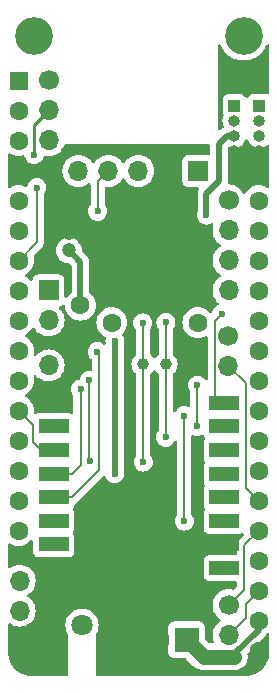
<source format=gbl>
%TF.GenerationSoftware,KiCad,Pcbnew,8.0.4*%
%TF.CreationDate,2024-08-28T09:49:03+09:00*%
%TF.ProjectId,powerfeather-lora-gps-reference,706f7765-7266-4656-9174-6865722d6c6f,rev?*%
%TF.SameCoordinates,Original*%
%TF.FileFunction,Copper,L2,Bot*%
%TF.FilePolarity,Positive*%
%FSLAX46Y46*%
G04 Gerber Fmt 4.6, Leading zero omitted, Abs format (unit mm)*
G04 Created by KiCad (PCBNEW 8.0.4) date 2024-08-28 09:49:03*
%MOMM*%
%LPD*%
G01*
G04 APERTURE LIST*
G04 Aperture macros list*
%AMRoundRect*
0 Rectangle with rounded corners*
0 $1 Rounding radius*
0 $2 $3 $4 $5 $6 $7 $8 $9 X,Y pos of 4 corners*
0 Add a 4 corners polygon primitive as box body*
4,1,4,$2,$3,$4,$5,$6,$7,$8,$9,$2,$3,0*
0 Add four circle primitives for the rounded corners*
1,1,$1+$1,$2,$3*
1,1,$1+$1,$4,$5*
1,1,$1+$1,$6,$7*
1,1,$1+$1,$8,$9*
0 Add four rect primitives between the rounded corners*
20,1,$1+$1,$2,$3,$4,$5,0*
20,1,$1+$1,$4,$5,$6,$7,0*
20,1,$1+$1,$6,$7,$8,$9,0*
20,1,$1+$1,$8,$9,$2,$3,0*%
%AMFreePoly0*
4,1,17,1.497636,0.638536,1.499100,0.635000,1.499100,-0.635000,1.497636,-0.638536,1.494100,-0.640000,-0.041700,-0.640000,-0.045236,-0.638536,-0.046700,-0.635000,-0.046700,-0.600000,-1.250000,-0.600000,-1.250000,0.600000,-0.046700,0.600000,-0.046700,0.635000,-0.045236,0.638536,-0.041700,0.640000,1.494100,0.640000,1.497636,0.638536,1.497636,0.638536,$1*%
G04 Aperture macros list end*
%TA.AperFunction,ComponentPad*%
%ADD10C,1.000000*%
%TD*%
%TA.AperFunction,ComponentPad*%
%ADD11C,1.700000*%
%TD*%
%TA.AperFunction,ComponentPad*%
%ADD12O,1.700000X1.700000*%
%TD*%
%TA.AperFunction,ComponentPad*%
%ADD13C,1.600000*%
%TD*%
%TA.AperFunction,ComponentPad*%
%ADD14R,1.700000X1.700000*%
%TD*%
%TA.AperFunction,ComponentPad*%
%ADD15FreePoly0,0.000000*%
%TD*%
%TA.AperFunction,ComponentPad*%
%ADD16R,2.500000X1.200000*%
%TD*%
%TA.AperFunction,ComponentPad*%
%ADD17C,1.200000*%
%TD*%
%TA.AperFunction,ComponentPad*%
%ADD18C,1.800000*%
%TD*%
%TA.AperFunction,SMDPad,CuDef*%
%ADD19RoundRect,0.250000X-0.425000X-1.600000X0.425000X-1.600000X0.425000X1.600000X-0.425000X1.600000X0*%
%TD*%
%TA.AperFunction,ComponentPad*%
%ADD20R,1.000000X1.000000*%
%TD*%
%TA.AperFunction,ComponentPad*%
%ADD21O,1.000000X1.000000*%
%TD*%
%TA.AperFunction,ComponentPad*%
%ADD22R,2.100000X2.100000*%
%TD*%
%TA.AperFunction,ComponentPad*%
%ADD23C,2.100000*%
%TD*%
%TA.AperFunction,WasherPad*%
%ADD24C,3.200000*%
%TD*%
%TA.AperFunction,ComponentPad*%
%ADD25R,1.600000X1.600000*%
%TD*%
%TA.AperFunction,ViaPad*%
%ADD26C,0.600000*%
%TD*%
%TA.AperFunction,Conductor*%
%ADD27C,0.200000*%
%TD*%
%TA.AperFunction,Conductor*%
%ADD28C,0.254000*%
%TD*%
%TA.AperFunction,Conductor*%
%ADD29C,0.508000*%
%TD*%
%TA.AperFunction,Conductor*%
%ADD30C,1.270000*%
%TD*%
G04 APERTURE END LIST*
D10*
%TO.P,Y1,1,1*%
%TO.N,Net-(A1-D6)*%
X133430000Y-100660000D03*
%TO.P,Y1,2,2*%
%TO.N,Net-(A1-D5)*%
X131530000Y-100660000D03*
%TD*%
D11*
%TO.P,J5,1,Pin_1*%
%TO.N,/D11*%
X138730000Y-98280000D03*
D12*
%TO.P,J5,2,Pin_2*%
%TO.N,/SCL*%
X138730000Y-100820000D03*
%TD*%
D11*
%TO.P,J4,1,Pin_1*%
%TO.N,/SDA*%
X138740000Y-121070000D03*
D12*
%TO.P,J4,2,Pin_2*%
%TO.N,/D7*%
X138740000Y-123610000D03*
%TD*%
D13*
%TO.P,C3,1*%
%TO.N,+3.3VP*%
X126200000Y-95680000D03*
%TO.P,C3,2*%
%TO.N,GND*%
X126200000Y-100680000D03*
%TD*%
D14*
%TO.P,J8,1,Pin_1*%
%TO.N,/A3*%
X123500000Y-94420000D03*
D12*
%TO.P,J8,2,Pin_2*%
%TO.N,/A4*%
X123500000Y-96960000D03*
%TO.P,J8,3,Pin_3*%
%TO.N,/RX*%
X123500000Y-100770000D03*
%TD*%
D11*
%TO.P,J6,1,Pin_1*%
%TO.N,+BATT*%
X138740000Y-86800000D03*
D12*
%TO.P,J6,2,Pin_2*%
%TO.N,/EN*%
X138740000Y-89340000D03*
%TO.P,J6,3,Pin_3*%
%TO.N,VS*%
X138740000Y-91880000D03*
%TO.P,J6,4,Pin_4*%
%TO.N,/D13*%
X138740000Y-94420000D03*
%TD*%
D13*
%TO.P,C1,1*%
%TO.N,Net-(A1-D6)*%
X136140000Y-97140000D03*
%TO.P,C1,2*%
%TO.N,GND*%
X136140000Y-92140000D03*
%TD*%
D15*
%TO.P,U2,1,GND*%
%TO.N,GND*%
X123930000Y-103930000D03*
D16*
%TO.P,U2,2,MISO*%
%TO.N,/LORA_MISO*%
X123930000Y-105930000D03*
%TO.P,U2,3,MOSI*%
%TO.N,/LORA_MOSI*%
X123930000Y-107930000D03*
%TO.P,U2,4,SCK*%
%TO.N,/LORA_SCK*%
X123930000Y-109930000D03*
%TO.P,U2,5,NSS*%
%TO.N,/LORA_CS*%
X123930000Y-111930000D03*
%TO.P,U2,6,RESET*%
%TO.N,/LORA_RST*%
X123930000Y-113930000D03*
%TO.P,U2,7,NC*%
%TO.N,unconnected-(U2-NC-Pad7)*%
X123930000Y-115930000D03*
%TO.P,U2,8,GND*%
%TO.N,GND*%
X123930000Y-117930000D03*
%TO.P,U2,9,ANT*%
%TO.N,Net-(AE1-A)*%
X138390000Y-117930000D03*
%TO.P,U2,10,GND*%
%TO.N,GND*%
X138390000Y-115930000D03*
%TO.P,U2,11,DIO3*%
%TO.N,/LORA_DIO3*%
X138390000Y-113930000D03*
%TO.P,U2,12,NC*%
%TO.N,unconnected-(U2-NC-Pad12)*%
X138390000Y-111930000D03*
%TO.P,U2,13,3.3V*%
%TO.N,+3.3VP*%
X138390000Y-109930000D03*
%TO.P,U2,14,NC*%
%TO.N,unconnected-(U2-NC-Pad14)*%
X138390000Y-107930000D03*
%TO.P,U2,15,DIO1*%
%TO.N,/LORA_DIO1*%
X138390000Y-105930000D03*
%TO.P,U2,16,BUSY*%
%TO.N,/LORA_BUSY*%
X138390000Y-103930000D03*
%TD*%
D17*
%TO.P,C4,1*%
%TO.N,+3.3VP*%
X125220000Y-91030000D03*
%TO.P,C4,2*%
%TO.N,GND*%
X125220000Y-89530000D03*
%TD*%
D18*
%TO.P,AE1,1,A*%
%TO.N,Net-(AE1-A)*%
X126330000Y-122757500D03*
D19*
%TO.P,AE1,2,Shield*%
%TO.N,GND*%
X129155000Y-125137500D03*
X123505000Y-125137500D03*
%TD*%
D13*
%TO.P,C2,1*%
%TO.N,Net-(A1-D5)*%
X128850000Y-97150000D03*
%TO.P,C2,2*%
%TO.N,GND*%
X128850000Y-92150000D03*
%TD*%
D20*
%TO.P,J7,1,Pin_1*%
%TO.N,/SCL1*%
X141340000Y-78785000D03*
D21*
%TO.P,J7,2,Pin_2*%
%TO.N,/SDA1*%
X141340000Y-80055000D03*
%TO.P,J7,3,Pin_3*%
%TO.N,+3.3VP*%
X141340000Y-81325000D03*
%TO.P,J7,4,Pin_4*%
%TO.N,GND*%
X141340000Y-82595000D03*
%TD*%
D11*
%TO.P,J10,1,Pin_1*%
%TO.N,GND*%
X139960000Y-76480000D03*
%TD*%
D20*
%TO.P,J3,1,Pin_1*%
%TO.N,/SCL1*%
X139230000Y-78780000D03*
D21*
%TO.P,J3,2,Pin_2*%
%TO.N,/SDA1*%
X139230000Y-80050000D03*
%TO.P,J3,3,Pin_3*%
%TO.N,+3.3VP*%
X139230000Y-81320000D03*
%TO.P,J3,4,Pin_4*%
%TO.N,GND*%
X139230000Y-82590000D03*
%TD*%
D11*
%TO.P,J11,1,Pin_1*%
%TO.N,/RST*%
X123500000Y-76640000D03*
D12*
%TO.P,J11,2,Pin_2*%
%TO.N,+3.3V*%
X123500000Y-79180000D03*
%TO.P,J11,3,Pin_3*%
%TO.N,/QON*%
X123500000Y-81720000D03*
%TO.P,J11,4,Pin_4*%
%TO.N,GND*%
X123500000Y-84260000D03*
%TD*%
D22*
%TO.P,J2,1,Pin_1*%
%TO.N,VDC*%
X135200000Y-124000000D03*
D23*
%TO.P,J2,2,Pin_2*%
%TO.N,GND*%
X132660000Y-124000000D03*
%TD*%
D14*
%TO.P,J9,1,Pin_1*%
%TO.N,GND*%
X121060000Y-124065000D03*
D12*
%TO.P,J9,2,Pin_2*%
%TO.N,/RXD0*%
X121060000Y-121525000D03*
%TO.P,J9,3,Pin_3*%
%TO.N,/TXD0*%
X121060000Y-118985000D03*
%TD*%
D24*
%TO.P,A1,*%
%TO.N,*%
X122240000Y-72840000D03*
X140020000Y-72840000D03*
D25*
%TO.P,A1,1,~{RST}*%
%TO.N,/RST*%
X120970000Y-76650000D03*
D13*
%TO.P,A1,2,3V3*%
%TO.N,+3.3V*%
X120970000Y-79190000D03*
%TO.P,A1,3,QON*%
%TO.N,/QON*%
X120970000Y-81730000D03*
%TO.P,A1,4,GND*%
%TO.N,GND*%
X120970000Y-84270000D03*
%TO.P,A1,5,A0*%
%TO.N,/GPS_TX*%
X120970000Y-86810000D03*
%TO.P,A1,6,A1*%
%TO.N,/GPS_RX*%
X120970000Y-89350000D03*
%TO.P,A1,7,A2*%
%TO.N,/GPS_PPS*%
X120970000Y-91890000D03*
%TO.P,A1,8,A3*%
%TO.N,/A3*%
X120970000Y-94430000D03*
%TO.P,A1,9,A4*%
%TO.N,/A4*%
X120970000Y-96970000D03*
%TO.P,A1,10,A5*%
%TO.N,/LORA_CS*%
X120970000Y-99510000D03*
%TO.P,A1,11,SCK*%
%TO.N,/LORA_SCK*%
X120970000Y-102050000D03*
%TO.P,A1,12,MOSI*%
%TO.N,/LORA_MOSI*%
X120970000Y-104590000D03*
%TO.P,A1,13,MISO*%
%TO.N,/LORA_MISO*%
X120970000Y-107130000D03*
%TO.P,A1,14,RX/D0*%
%TO.N,/RX*%
X120970000Y-109670000D03*
%TO.P,A1,15,TX/D1*%
%TO.N,/RXD0*%
X120970000Y-112210000D03*
%TO.P,A1,16,TXD0/D2*%
%TO.N,/TXD0*%
X120970000Y-114750000D03*
%TO.P,A1,17,SDA*%
%TO.N,/SDA*%
X141290000Y-114750000D03*
%TO.P,A1,18,SCL*%
%TO.N,/SCL*%
X141290000Y-112210000D03*
%TO.P,A1,19,D5*%
%TO.N,Net-(A1-D5)*%
X141290000Y-109670000D03*
%TO.P,A1,20,D6*%
%TO.N,Net-(A1-D6)*%
X141290000Y-107130000D03*
%TO.P,A1,21,D9*%
%TO.N,/LORA_DIO3*%
X141290000Y-104590000D03*
%TO.P,A1,22,D10*%
%TO.N,/LORA_DIO1*%
X141290000Y-102050000D03*
%TO.P,A1,23,D11*%
%TO.N,/D11*%
X141290000Y-99510000D03*
%TO.P,A1,24,D12*%
%TO.N,/LORA_BUSY*%
X141290000Y-96970000D03*
%TO.P,A1,25,D13*%
%TO.N,/D13*%
X141290000Y-94430000D03*
%TO.P,A1,26,VS*%
%TO.N,VS*%
X141290000Y-91890000D03*
%TO.P,A1,27,EN*%
%TO.N,/EN*%
X141290000Y-89350000D03*
%TO.P,A1,28,VBAT*%
%TO.N,+BATT*%
X141290000Y-86810000D03*
%TO.P,A1,29,GND*%
%TO.N,GND*%
X141290000Y-124910000D03*
%TO.P,A1,30,VDC*%
%TO.N,VDC*%
X141290000Y-122370000D03*
%TO.P,A1,31,D7*%
%TO.N,/D7*%
X141290000Y-119830000D03*
%TO.P,A1,32,D8*%
%TO.N,/LORA_RST*%
X141290000Y-117290000D03*
%TD*%
D14*
%TO.P,J1,1,Pin_1*%
%TO.N,+3.3V*%
X136187000Y-84290000D03*
D12*
%TO.P,J1,2,Pin_2*%
%TO.N,GND*%
X133647000Y-84290000D03*
%TO.P,J1,3,Pin_3*%
%TO.N,/GPS_TX*%
X131107000Y-84290000D03*
%TO.P,J1,4,Pin_4*%
%TO.N,/GPS_RX*%
X128567000Y-84290000D03*
%TO.P,J1,5,Pin_5*%
%TO.N,/GPS_PPS*%
X126027000Y-84290000D03*
%TD*%
D26*
%TO.N,GND*%
X129990000Y-119040000D03*
X130730000Y-113490000D03*
X136420000Y-100940000D03*
X136680000Y-94370000D03*
X132480000Y-95940000D03*
X134080000Y-119010000D03*
X140760000Y-126390000D03*
X121930000Y-125780000D03*
X129310000Y-116980000D03*
X128330000Y-119940000D03*
X128220000Y-95340000D03*
X123930000Y-98820000D03*
X133280000Y-122190000D03*
X130410000Y-107660000D03*
X123140000Y-92360000D03*
X131500000Y-116860000D03*
X134790000Y-103440000D03*
X128100000Y-111190000D03*
X135890000Y-119010000D03*
X133590000Y-116860000D03*
X127430000Y-117880000D03*
X135660000Y-116850000D03*
X127970000Y-123290000D03*
X125990000Y-119420000D03*
X131490000Y-125160000D03*
X126550000Y-86110000D03*
X132080000Y-119000000D03*
X137070000Y-90420000D03*
X124680000Y-123270000D03*
X135450000Y-126640000D03*
X125300000Y-121370000D03*
X127470000Y-121450000D03*
X129950000Y-86050000D03*
X133630000Y-108250000D03*
X134700000Y-98770000D03*
X133780000Y-112640000D03*
X130410000Y-102000000D03*
%TO.N,Net-(A1-D5)*%
X131520000Y-108950000D03*
X131470000Y-97160000D03*
%TO.N,Net-(A1-D6)*%
X133420000Y-106850000D03*
X133440000Y-97130000D03*
%TO.N,/GPS_RX*%
X127660000Y-87720000D03*
%TO.N,+3.3V*%
X122280000Y-82940000D03*
%TO.N,/GPS_PPS*%
X122510000Y-85710000D03*
%TO.N,/RX*%
X126960000Y-102040000D03*
X126970000Y-108870000D03*
%TO.N,/LORA_SCK*%
X126210000Y-102770000D03*
%TO.N,/LORA_DIO1*%
X136110000Y-102450000D03*
X136100000Y-105930000D03*
%TO.N,/LORA_CS*%
X127640000Y-99610000D03*
%TO.N,/LORA_DIO3*%
X134970000Y-105010000D03*
X134990000Y-113950000D03*
%TO.N,+3.3VP*%
X129120000Y-98710000D03*
X129090000Y-109920000D03*
X136870000Y-88040000D03*
%TO.N,/LORA_BUSY*%
X138150000Y-96410000D03*
%TD*%
D27*
%TO.N,Net-(A1-D5)*%
X131530000Y-97220000D02*
X131470000Y-97160000D01*
X131530000Y-100660000D02*
X131530000Y-97220000D01*
X131520000Y-108950000D02*
X131530000Y-108940000D01*
X131530000Y-108940000D02*
X131530000Y-100660000D01*
%TO.N,Net-(A1-D6)*%
X133430000Y-97140000D02*
X133440000Y-97130000D01*
X133430000Y-106840000D02*
X133420000Y-106850000D01*
X133430000Y-100660000D02*
X133430000Y-97140000D01*
X133430000Y-100660000D02*
X133430000Y-106840000D01*
%TO.N,/GPS_RX*%
X127660000Y-85197000D02*
X128567000Y-84290000D01*
X127660000Y-87720000D02*
X127660000Y-85197000D01*
D28*
%TO.N,+3.3V*%
X122280000Y-80400000D02*
X123500000Y-79180000D01*
X122280000Y-82940000D02*
X122280000Y-80400000D01*
D27*
%TO.N,/GPS_PPS*%
X122510000Y-90350000D02*
X122510000Y-85710000D01*
X120970000Y-91890000D02*
X122510000Y-90350000D01*
%TO.N,/RX*%
X126960000Y-108860000D02*
X126970000Y-108870000D01*
X126960000Y-102040000D02*
X126960000Y-108860000D01*
%TO.N,/LORA_SCK*%
X124130000Y-109930000D02*
X125500000Y-109930000D01*
X125500000Y-109930000D02*
X126210000Y-109220000D01*
X126210000Y-109220000D02*
X126210000Y-102770000D01*
%TO.N,/LORA_MOSI*%
X122880000Y-107930000D02*
X124130000Y-107930000D01*
X122220000Y-105840000D02*
X122220000Y-107270000D01*
X122220000Y-107270000D02*
X122880000Y-107930000D01*
X120970000Y-104590000D02*
X122220000Y-105840000D01*
%TO.N,/SCL*%
X140190000Y-111110000D02*
X141290000Y-112210000D01*
X140190000Y-102280000D02*
X140190000Y-111110000D01*
X138730000Y-100820000D02*
X140190000Y-102280000D01*
%TO.N,/LORA_DIO1*%
X136100000Y-105930000D02*
X136100000Y-102460000D01*
X136100000Y-102460000D02*
X136110000Y-102450000D01*
%TO.N,/LORA_CS*%
X124130000Y-111930000D02*
X125480000Y-111930000D01*
X125480000Y-111930000D02*
X127790000Y-109620000D01*
X127790000Y-109620000D02*
X127790000Y-99760000D01*
X127790000Y-99760000D02*
X127640000Y-99610000D01*
%TO.N,/SDA*%
X141290000Y-114750000D02*
X140050000Y-115990000D01*
X140050000Y-115990000D02*
X140050000Y-119760000D01*
X140050000Y-119760000D02*
X138740000Y-121070000D01*
D29*
%TO.N,VDC*%
X141290000Y-123136576D02*
X139230000Y-125196576D01*
X139230000Y-125196576D02*
X139230000Y-125440000D01*
D30*
X136640000Y-125440000D02*
X139230000Y-125440000D01*
D29*
X141290000Y-122370000D02*
X141290000Y-123136576D01*
D30*
X135200000Y-124000000D02*
X136640000Y-125440000D01*
D27*
%TO.N,/LORA_DIO3*%
X134990000Y-113950000D02*
X134990000Y-105030000D01*
X134990000Y-105030000D02*
X134970000Y-105010000D01*
D29*
%TO.N,+3.3VP*%
X136870000Y-88040000D02*
X136870000Y-86215000D01*
X129120000Y-98710000D02*
X129120000Y-109890000D01*
X136870000Y-86215000D02*
X137963159Y-85121841D01*
X129120000Y-109890000D02*
X129090000Y-109920000D01*
X126200000Y-92010000D02*
X125220000Y-91030000D01*
X126200000Y-95680000D02*
X126200000Y-92010000D01*
X137963159Y-85121841D02*
X137963159Y-81983158D01*
X138621317Y-81325000D02*
X138980000Y-81325000D01*
X137963159Y-81983158D02*
X138621317Y-81325000D01*
D27*
%TO.N,/LORA_BUSY*%
X138190000Y-103930000D02*
X137580000Y-103320000D01*
X137580000Y-96980000D02*
X138150000Y-96410000D01*
X137580000Y-103320000D02*
X137580000Y-96980000D01*
%TO.N,/D7*%
X140190000Y-122160000D02*
X138740000Y-123610000D01*
X141290000Y-119830000D02*
X140190000Y-120930000D01*
X140190000Y-120930000D02*
X140190000Y-122160000D01*
%TD*%
%TA.AperFunction,Conductor*%
%TO.N,GND*%
G36*
X137151698Y-82070185D02*
G01*
X137197453Y-82122989D01*
X137208659Y-82174500D01*
X137208659Y-82815500D01*
X137188974Y-82882539D01*
X137136170Y-82928294D01*
X137084659Y-82939500D01*
X135289129Y-82939500D01*
X135289123Y-82939501D01*
X135229516Y-82945908D01*
X135094671Y-82996202D01*
X135094664Y-82996206D01*
X134979455Y-83082452D01*
X134979452Y-83082455D01*
X134893206Y-83197664D01*
X134893202Y-83197671D01*
X134842908Y-83332517D01*
X134836501Y-83392116D01*
X134836500Y-83392135D01*
X134836500Y-85187870D01*
X134836501Y-85187876D01*
X134842908Y-85247483D01*
X134893202Y-85382328D01*
X134893206Y-85382335D01*
X134979452Y-85497544D01*
X134979455Y-85497547D01*
X135094664Y-85583793D01*
X135094671Y-85583797D01*
X135229517Y-85634091D01*
X135229516Y-85634091D01*
X135236444Y-85634835D01*
X135289127Y-85640500D01*
X136114451Y-85640499D01*
X136181490Y-85660183D01*
X136227245Y-85712987D01*
X136237189Y-85782146D01*
X136217555Y-85833387D01*
X136201374Y-85857604D01*
X136201366Y-85857618D01*
X136144496Y-85994916D01*
X136144493Y-85994926D01*
X136115499Y-86140685D01*
X136115499Y-86295425D01*
X136115500Y-86295446D01*
X136115500Y-87751459D01*
X136108542Y-87792414D01*
X136084631Y-87860745D01*
X136084630Y-87860750D01*
X136064435Y-88039996D01*
X136064435Y-88040003D01*
X136084630Y-88219249D01*
X136084631Y-88219254D01*
X136144211Y-88389523D01*
X136220453Y-88510861D01*
X136240184Y-88542262D01*
X136367738Y-88669816D01*
X136454789Y-88724514D01*
X136500466Y-88753215D01*
X136520478Y-88765789D01*
X136690745Y-88825368D01*
X136690750Y-88825369D01*
X136869996Y-88845565D01*
X136870000Y-88845565D01*
X136870004Y-88845565D01*
X137049249Y-88825369D01*
X137049252Y-88825368D01*
X137049255Y-88825368D01*
X137219522Y-88765789D01*
X137285211Y-88724513D01*
X137352446Y-88705513D01*
X137419282Y-88725880D01*
X137464496Y-88779147D01*
X137473735Y-88848404D01*
X137467706Y-88871915D01*
X137466096Y-88876336D01*
X137404938Y-89104586D01*
X137404936Y-89104596D01*
X137384341Y-89339999D01*
X137384341Y-89340000D01*
X137404936Y-89575403D01*
X137404938Y-89575413D01*
X137466094Y-89803655D01*
X137466096Y-89803659D01*
X137466097Y-89803663D01*
X137518745Y-89916566D01*
X137565965Y-90017830D01*
X137565967Y-90017834D01*
X137701501Y-90211395D01*
X137701506Y-90211402D01*
X137868597Y-90378493D01*
X137868603Y-90378498D01*
X138054158Y-90508425D01*
X138097783Y-90563002D01*
X138104977Y-90632500D01*
X138073454Y-90694855D01*
X138054158Y-90711575D01*
X137868597Y-90841505D01*
X137701505Y-91008597D01*
X137565965Y-91202169D01*
X137565964Y-91202171D01*
X137466098Y-91416335D01*
X137466094Y-91416344D01*
X137404938Y-91644586D01*
X137404936Y-91644596D01*
X137384341Y-91879999D01*
X137384341Y-91880000D01*
X137404936Y-92115403D01*
X137404938Y-92115413D01*
X137466094Y-92343655D01*
X137466096Y-92343659D01*
X137466097Y-92343663D01*
X137518745Y-92456566D01*
X137565965Y-92557830D01*
X137565967Y-92557834D01*
X137701501Y-92751395D01*
X137701506Y-92751402D01*
X137868597Y-92918493D01*
X137868603Y-92918498D01*
X138054158Y-93048425D01*
X138097783Y-93103002D01*
X138104977Y-93172500D01*
X138073454Y-93234855D01*
X138054158Y-93251575D01*
X137868597Y-93381505D01*
X137701505Y-93548597D01*
X137565965Y-93742169D01*
X137565964Y-93742171D01*
X137466098Y-93956335D01*
X137466094Y-93956344D01*
X137404938Y-94184586D01*
X137404936Y-94184596D01*
X137384341Y-94419999D01*
X137384341Y-94420000D01*
X137404936Y-94655403D01*
X137404938Y-94655413D01*
X137466094Y-94883655D01*
X137466096Y-94883659D01*
X137466097Y-94883663D01*
X137548979Y-95061404D01*
X137565965Y-95097830D01*
X137565967Y-95097834D01*
X137660964Y-95233502D01*
X137701505Y-95291401D01*
X137868599Y-95458495D01*
X137868603Y-95458498D01*
X137871468Y-95460902D01*
X137872386Y-95462282D01*
X137872427Y-95462323D01*
X137872418Y-95462331D01*
X137910168Y-95519075D01*
X137911274Y-95588936D01*
X137874435Y-95648305D01*
X137832714Y-95672930D01*
X137800480Y-95684209D01*
X137647737Y-95780184D01*
X137520184Y-95907737D01*
X137424210Y-96060478D01*
X137364631Y-96230749D01*
X137363410Y-96241582D01*
X137336340Y-96305995D01*
X137278743Y-96345547D01*
X137208906Y-96347682D01*
X137149001Y-96311721D01*
X137143568Y-96304970D01*
X137143526Y-96305006D01*
X137140048Y-96300861D01*
X136979141Y-96139954D01*
X136792734Y-96009432D01*
X136792732Y-96009431D01*
X136586497Y-95913261D01*
X136586488Y-95913258D01*
X136366697Y-95854366D01*
X136366693Y-95854365D01*
X136366692Y-95854365D01*
X136366691Y-95854364D01*
X136366686Y-95854364D01*
X136140002Y-95834532D01*
X136139998Y-95834532D01*
X135913313Y-95854364D01*
X135913302Y-95854366D01*
X135693511Y-95913258D01*
X135693502Y-95913261D01*
X135487267Y-96009431D01*
X135487265Y-96009432D01*
X135300858Y-96139954D01*
X135139954Y-96300858D01*
X135009432Y-96487265D01*
X135009431Y-96487267D01*
X134913261Y-96693502D01*
X134913258Y-96693511D01*
X134854366Y-96913302D01*
X134854364Y-96913313D01*
X134834532Y-97139998D01*
X134834532Y-97140001D01*
X134854364Y-97366686D01*
X134854366Y-97366697D01*
X134913258Y-97586488D01*
X134913261Y-97586497D01*
X135009431Y-97792732D01*
X135009432Y-97792734D01*
X135139954Y-97979141D01*
X135300858Y-98140045D01*
X135300861Y-98140047D01*
X135487266Y-98270568D01*
X135693504Y-98366739D01*
X135693509Y-98366740D01*
X135693511Y-98366741D01*
X135740864Y-98379429D01*
X135913308Y-98425635D01*
X136075230Y-98439801D01*
X136139998Y-98445468D01*
X136140000Y-98445468D01*
X136140002Y-98445468D01*
X136196673Y-98440509D01*
X136366692Y-98425635D01*
X136586496Y-98366739D01*
X136792734Y-98270568D01*
X136792746Y-98270559D01*
X136793492Y-98270130D01*
X136793868Y-98270038D01*
X136797640Y-98268280D01*
X136797993Y-98269037D01*
X136861391Y-98253652D01*
X136927419Y-98276499D01*
X136970614Y-98331417D01*
X136979500Y-98377512D01*
X136979500Y-101898779D01*
X136959815Y-101965818D01*
X136907011Y-102011573D01*
X136837853Y-102021517D01*
X136774297Y-101992492D01*
X136750507Y-101964752D01*
X136739817Y-101947740D01*
X136739815Y-101947737D01*
X136612262Y-101820184D01*
X136459523Y-101724211D01*
X136289254Y-101664631D01*
X136289249Y-101664630D01*
X136110004Y-101644435D01*
X136109996Y-101644435D01*
X135930750Y-101664630D01*
X135930745Y-101664631D01*
X135760476Y-101724211D01*
X135607737Y-101820184D01*
X135480184Y-101947737D01*
X135384211Y-102100476D01*
X135324631Y-102270745D01*
X135324630Y-102270750D01*
X135304435Y-102449996D01*
X135304435Y-102450003D01*
X135324630Y-102629249D01*
X135324631Y-102629254D01*
X135384211Y-102799524D01*
X135480493Y-102952753D01*
X135499500Y-103018726D01*
X135499500Y-104173538D01*
X135479815Y-104240577D01*
X135427011Y-104286332D01*
X135357853Y-104296276D01*
X135321702Y-104285260D01*
X135319527Y-104284213D01*
X135319522Y-104284211D01*
X135272175Y-104267643D01*
X135149254Y-104224631D01*
X135149249Y-104224630D01*
X134970004Y-104204435D01*
X134969996Y-104204435D01*
X134790750Y-104224630D01*
X134790745Y-104224631D01*
X134620476Y-104284211D01*
X134467737Y-104380184D01*
X134340182Y-104507739D01*
X134259493Y-104636155D01*
X134207159Y-104682445D01*
X134138105Y-104693093D01*
X134074257Y-104664718D01*
X134035885Y-104606328D01*
X134030500Y-104570182D01*
X134030500Y-101520119D01*
X134050185Y-101453080D01*
X134075833Y-101424267D01*
X134140883Y-101370883D01*
X134265910Y-101218538D01*
X134324030Y-101109804D01*
X134358811Y-101044733D01*
X134358811Y-101044732D01*
X134358814Y-101044727D01*
X134416024Y-100856132D01*
X134435341Y-100660000D01*
X134416024Y-100463868D01*
X134358814Y-100275273D01*
X134358811Y-100275269D01*
X134358811Y-100275266D01*
X134265913Y-100101467D01*
X134265909Y-100101460D01*
X134140887Y-99949122D01*
X134140883Y-99949117D01*
X134075832Y-99895730D01*
X134036500Y-99837987D01*
X134030500Y-99799880D01*
X134030500Y-97722940D01*
X134050185Y-97655901D01*
X134066819Y-97635259D01*
X134069816Y-97632262D01*
X134165789Y-97479522D01*
X134225368Y-97309255D01*
X134225369Y-97309249D01*
X134245565Y-97130003D01*
X134245565Y-97129996D01*
X134225369Y-96950750D01*
X134225368Y-96950745D01*
X134176318Y-96810568D01*
X134165789Y-96780478D01*
X134152621Y-96759522D01*
X134111144Y-96693511D01*
X134069816Y-96627738D01*
X133942262Y-96500184D01*
X133837267Y-96434211D01*
X133789523Y-96404211D01*
X133619254Y-96344631D01*
X133619249Y-96344630D01*
X133440004Y-96324435D01*
X133439996Y-96324435D01*
X133260750Y-96344630D01*
X133260745Y-96344631D01*
X133090476Y-96404211D01*
X132937737Y-96500184D01*
X132810184Y-96627737D01*
X132714211Y-96780476D01*
X132654631Y-96950745D01*
X132654630Y-96950750D01*
X132634435Y-97129996D01*
X132634435Y-97130003D01*
X132654630Y-97309249D01*
X132654631Y-97309254D01*
X132714211Y-97479524D01*
X132779343Y-97583179D01*
X132808381Y-97629393D01*
X132810493Y-97632753D01*
X132829500Y-97698726D01*
X132829500Y-99799880D01*
X132809815Y-99866919D01*
X132784169Y-99895729D01*
X132719117Y-99949117D01*
X132719114Y-99949119D01*
X132719112Y-99949122D01*
X132594090Y-100101460D01*
X132594088Y-100101464D01*
X132589358Y-100110314D01*
X132540395Y-100160158D01*
X132472257Y-100175618D01*
X132406578Y-100151786D01*
X132370642Y-100110314D01*
X132366481Y-100102531D01*
X132365910Y-100101462D01*
X132365909Y-100101460D01*
X132240887Y-99949122D01*
X132240883Y-99949117D01*
X132175832Y-99895730D01*
X132136500Y-99837987D01*
X132130500Y-99799880D01*
X132130500Y-97649152D01*
X132149507Y-97583179D01*
X132195788Y-97509524D01*
X132195789Y-97509522D01*
X132255368Y-97339255D01*
X132258748Y-97309255D01*
X132275565Y-97160003D01*
X132275565Y-97159996D01*
X132255369Y-96980750D01*
X132255368Y-96980745D01*
X132195789Y-96810478D01*
X132178785Y-96783417D01*
X132128571Y-96703502D01*
X132099816Y-96657738D01*
X131972262Y-96530184D01*
X131954684Y-96519139D01*
X131819523Y-96434211D01*
X131649254Y-96374631D01*
X131649249Y-96374630D01*
X131470004Y-96354435D01*
X131469996Y-96354435D01*
X131290750Y-96374630D01*
X131290745Y-96374631D01*
X131120476Y-96434211D01*
X130967737Y-96530184D01*
X130840184Y-96657737D01*
X130744211Y-96810476D01*
X130684631Y-96980745D01*
X130684630Y-96980750D01*
X130664435Y-97159996D01*
X130664435Y-97160003D01*
X130684630Y-97339249D01*
X130684631Y-97339254D01*
X130744211Y-97509523D01*
X130840184Y-97662262D01*
X130893181Y-97715259D01*
X130926666Y-97776582D01*
X130929500Y-97802940D01*
X130929500Y-99799880D01*
X130909815Y-99866919D01*
X130884169Y-99895729D01*
X130819117Y-99949117D01*
X130819114Y-99949119D01*
X130819112Y-99949122D01*
X130694090Y-100101460D01*
X130694086Y-100101467D01*
X130601188Y-100275266D01*
X130543975Y-100463870D01*
X130524659Y-100660000D01*
X130543975Y-100856129D01*
X130601188Y-101044733D01*
X130694086Y-101218532D01*
X130694090Y-101218539D01*
X130819115Y-101370882D01*
X130850194Y-101396387D01*
X130884165Y-101424266D01*
X130923499Y-101482010D01*
X130929500Y-101520119D01*
X130929500Y-108357060D01*
X130909815Y-108424099D01*
X130893181Y-108444741D01*
X130890184Y-108447737D01*
X130794211Y-108600476D01*
X130734631Y-108770745D01*
X130734630Y-108770750D01*
X130714435Y-108949996D01*
X130714435Y-108950003D01*
X130734630Y-109129249D01*
X130734631Y-109129254D01*
X130794211Y-109299523D01*
X130890184Y-109452262D01*
X131017738Y-109579816D01*
X131069135Y-109612111D01*
X131156453Y-109666977D01*
X131170478Y-109675789D01*
X131314187Y-109726075D01*
X131340745Y-109735368D01*
X131340750Y-109735369D01*
X131519996Y-109755565D01*
X131520000Y-109755565D01*
X131520004Y-109755565D01*
X131699249Y-109735369D01*
X131699252Y-109735368D01*
X131699255Y-109735368D01*
X131869522Y-109675789D01*
X132022262Y-109579816D01*
X132149816Y-109452262D01*
X132245789Y-109299522D01*
X132305368Y-109129255D01*
X132305369Y-109129249D01*
X132325565Y-108950003D01*
X132325565Y-108949996D01*
X132305369Y-108770750D01*
X132305368Y-108770745D01*
X132270099Y-108669953D01*
X132245789Y-108600478D01*
X132231583Y-108577870D01*
X132149506Y-108447245D01*
X132130500Y-108381273D01*
X132130500Y-101520119D01*
X132150185Y-101453080D01*
X132175833Y-101424267D01*
X132240883Y-101370883D01*
X132365910Y-101218538D01*
X132370640Y-101209687D01*
X132419602Y-101159843D01*
X132487739Y-101144381D01*
X132553419Y-101168211D01*
X132589358Y-101209686D01*
X132592202Y-101215006D01*
X132594091Y-101218539D01*
X132719115Y-101370882D01*
X132750194Y-101396387D01*
X132784165Y-101424266D01*
X132823499Y-101482010D01*
X132829500Y-101520119D01*
X132829500Y-106257060D01*
X132809815Y-106324099D01*
X132793181Y-106344741D01*
X132790184Y-106347737D01*
X132694211Y-106500476D01*
X132634631Y-106670745D01*
X132634630Y-106670750D01*
X132614435Y-106849996D01*
X132614435Y-106850003D01*
X132634630Y-107029249D01*
X132634631Y-107029254D01*
X132694211Y-107199523D01*
X132746108Y-107282116D01*
X132790184Y-107352262D01*
X132917738Y-107479816D01*
X133070478Y-107575789D01*
X133240745Y-107635368D01*
X133240750Y-107635369D01*
X133419996Y-107655565D01*
X133420000Y-107655565D01*
X133420004Y-107655565D01*
X133599249Y-107635369D01*
X133599252Y-107635368D01*
X133599255Y-107635368D01*
X133769522Y-107575789D01*
X133922262Y-107479816D01*
X134049816Y-107352262D01*
X134145789Y-107199522D01*
X134148458Y-107191895D01*
X134189179Y-107135119D01*
X134254132Y-107109371D01*
X134322693Y-107122827D01*
X134373097Y-107171213D01*
X134389500Y-107232849D01*
X134389500Y-113367587D01*
X134369815Y-113434626D01*
X134362450Y-113444896D01*
X134360186Y-113447734D01*
X134264211Y-113600476D01*
X134204631Y-113770745D01*
X134204630Y-113770750D01*
X134184435Y-113949996D01*
X134184435Y-113950003D01*
X134204630Y-114129249D01*
X134204631Y-114129254D01*
X134264211Y-114299523D01*
X134360184Y-114452262D01*
X134487738Y-114579816D01*
X134640478Y-114675789D01*
X134810745Y-114735368D01*
X134810750Y-114735369D01*
X134989996Y-114755565D01*
X134990000Y-114755565D01*
X134990004Y-114755565D01*
X135169249Y-114735369D01*
X135169252Y-114735368D01*
X135169255Y-114735368D01*
X135339522Y-114675789D01*
X135492262Y-114579816D01*
X135619816Y-114452262D01*
X135715789Y-114299522D01*
X135775368Y-114129255D01*
X135775369Y-114129249D01*
X135795565Y-113950003D01*
X135795565Y-113949996D01*
X135775369Y-113770750D01*
X135775368Y-113770745D01*
X135715788Y-113600476D01*
X135640706Y-113480984D01*
X135619816Y-113447738D01*
X135619814Y-113447736D01*
X135619813Y-113447734D01*
X135617550Y-113444896D01*
X135616659Y-113442715D01*
X135616111Y-113441842D01*
X135616264Y-113441745D01*
X135591144Y-113380209D01*
X135590500Y-113367587D01*
X135590500Y-106774572D01*
X135610185Y-106707533D01*
X135662989Y-106661778D01*
X135732147Y-106651834D01*
X135755455Y-106657531D01*
X135920737Y-106715366D01*
X135920743Y-106715367D01*
X135920745Y-106715368D01*
X135920746Y-106715368D01*
X135920750Y-106715369D01*
X136099996Y-106735565D01*
X136100000Y-106735565D01*
X136100004Y-106735565D01*
X136279249Y-106715369D01*
X136279252Y-106715368D01*
X136279255Y-106715368D01*
X136449522Y-106655789D01*
X136485215Y-106633361D01*
X136552450Y-106614361D01*
X136619285Y-106634728D01*
X136664500Y-106687995D01*
X136667369Y-106695022D01*
X136696202Y-106772328D01*
X136696203Y-106772330D01*
X136758606Y-106855689D01*
X136783023Y-106921153D01*
X136768172Y-106989426D01*
X136758606Y-107004311D01*
X136696203Y-107087669D01*
X136696202Y-107087671D01*
X136645908Y-107222517D01*
X136639501Y-107282116D01*
X136639500Y-107282135D01*
X136639500Y-108577870D01*
X136639501Y-108577876D01*
X136645908Y-108637483D01*
X136696202Y-108772328D01*
X136696203Y-108772330D01*
X136758606Y-108855689D01*
X136783023Y-108921153D01*
X136768172Y-108989426D01*
X136758606Y-109004311D01*
X136696203Y-109087669D01*
X136696202Y-109087671D01*
X136645908Y-109222517D01*
X136639501Y-109282116D01*
X136639500Y-109282135D01*
X136639500Y-110577870D01*
X136639501Y-110577876D01*
X136645908Y-110637483D01*
X136696202Y-110772328D01*
X136696203Y-110772330D01*
X136758606Y-110855689D01*
X136783023Y-110921153D01*
X136768172Y-110989426D01*
X136758606Y-111004311D01*
X136696203Y-111087669D01*
X136696202Y-111087671D01*
X136645908Y-111222517D01*
X136639501Y-111282116D01*
X136639500Y-111282135D01*
X136639500Y-112577870D01*
X136639501Y-112577876D01*
X136645908Y-112637483D01*
X136696202Y-112772328D01*
X136696203Y-112772330D01*
X136758606Y-112855689D01*
X136783023Y-112921153D01*
X136768172Y-112989426D01*
X136758606Y-113004311D01*
X136696203Y-113087669D01*
X136696202Y-113087671D01*
X136645908Y-113222517D01*
X136639501Y-113282116D01*
X136639501Y-113282123D01*
X136639500Y-113282135D01*
X136639500Y-114577870D01*
X136639501Y-114577876D01*
X136645908Y-114637483D01*
X136696202Y-114772328D01*
X136696206Y-114772335D01*
X136782452Y-114887544D01*
X136782455Y-114887547D01*
X136897664Y-114973793D01*
X136897671Y-114973797D01*
X137032517Y-115024091D01*
X137032516Y-115024091D01*
X137039444Y-115024835D01*
X137092127Y-115030500D01*
X139687872Y-115030499D01*
X139747483Y-115024091D01*
X139864767Y-114980347D01*
X139934459Y-114975363D01*
X139995782Y-115008848D01*
X140027872Y-115064425D01*
X140030149Y-115072920D01*
X140028492Y-115142770D01*
X139998058Y-115192705D01*
X139681286Y-115509478D01*
X139569481Y-115621282D01*
X139569479Y-115621285D01*
X139519361Y-115708094D01*
X139519359Y-115708096D01*
X139490425Y-115758209D01*
X139490424Y-115758210D01*
X139490423Y-115758215D01*
X139449499Y-115910943D01*
X139449499Y-115910945D01*
X139449499Y-116079046D01*
X139449500Y-116079059D01*
X139449500Y-116705500D01*
X139429815Y-116772539D01*
X139377011Y-116818294D01*
X139325500Y-116829500D01*
X137092129Y-116829500D01*
X137092123Y-116829501D01*
X137032516Y-116835908D01*
X136897671Y-116886202D01*
X136897664Y-116886206D01*
X136782455Y-116972452D01*
X136782452Y-116972455D01*
X136696206Y-117087664D01*
X136696202Y-117087671D01*
X136645908Y-117222517D01*
X136639501Y-117282116D01*
X136639500Y-117282135D01*
X136639500Y-118577870D01*
X136639501Y-118577876D01*
X136645908Y-118637483D01*
X136696202Y-118772328D01*
X136696206Y-118772335D01*
X136782452Y-118887544D01*
X136782455Y-118887547D01*
X136897664Y-118973793D01*
X136897671Y-118973797D01*
X137032517Y-119024091D01*
X137032516Y-119024091D01*
X137039444Y-119024835D01*
X137092127Y-119030500D01*
X139325500Y-119030499D01*
X139392539Y-119050184D01*
X139438294Y-119102987D01*
X139449500Y-119154499D01*
X139449500Y-119459902D01*
X139429815Y-119526941D01*
X139413181Y-119547583D01*
X139223530Y-119737233D01*
X139162207Y-119770718D01*
X139103756Y-119769327D01*
X138975413Y-119734938D01*
X138975403Y-119734936D01*
X138740001Y-119714341D01*
X138739999Y-119714341D01*
X138504596Y-119734936D01*
X138504586Y-119734938D01*
X138276344Y-119796094D01*
X138276335Y-119796098D01*
X138062171Y-119895964D01*
X138062169Y-119895965D01*
X137868597Y-120031505D01*
X137701505Y-120198597D01*
X137565965Y-120392169D01*
X137565964Y-120392171D01*
X137466098Y-120606335D01*
X137466094Y-120606344D01*
X137404938Y-120834586D01*
X137404936Y-120834596D01*
X137384341Y-121069999D01*
X137384341Y-121070000D01*
X137404936Y-121305403D01*
X137404938Y-121305413D01*
X137466094Y-121533655D01*
X137466096Y-121533659D01*
X137466097Y-121533663D01*
X137554659Y-121723584D01*
X137565965Y-121747830D01*
X137565967Y-121747834D01*
X137701501Y-121941395D01*
X137701506Y-121941402D01*
X137868597Y-122108493D01*
X137868603Y-122108498D01*
X138054158Y-122238425D01*
X138097783Y-122293002D01*
X138104977Y-122362500D01*
X138073454Y-122424855D01*
X138054158Y-122441575D01*
X137868597Y-122571505D01*
X137701505Y-122738597D01*
X137565965Y-122932169D01*
X137565964Y-122932171D01*
X137466098Y-123146335D01*
X137466094Y-123146344D01*
X137404938Y-123374586D01*
X137404936Y-123374596D01*
X137384341Y-123609999D01*
X137384341Y-123610000D01*
X137404936Y-123845403D01*
X137404938Y-123845413D01*
X137466094Y-124073655D01*
X137466099Y-124073669D01*
X137491479Y-124128096D01*
X137501971Y-124197173D01*
X137473451Y-124260957D01*
X137414974Y-124299196D01*
X137379097Y-124304500D01*
X137161701Y-124304500D01*
X137094662Y-124284815D01*
X137074020Y-124268181D01*
X136786818Y-123980979D01*
X136753333Y-123919656D01*
X136750499Y-123893298D01*
X136750499Y-122902129D01*
X136750498Y-122902123D01*
X136750497Y-122902116D01*
X136744091Y-122842517D01*
X136727823Y-122798901D01*
X136693797Y-122707671D01*
X136693793Y-122707664D01*
X136607547Y-122592455D01*
X136607544Y-122592452D01*
X136492335Y-122506206D01*
X136492328Y-122506202D01*
X136357482Y-122455908D01*
X136357483Y-122455908D01*
X136297883Y-122449501D01*
X136297881Y-122449500D01*
X136297873Y-122449500D01*
X136297864Y-122449500D01*
X134102129Y-122449500D01*
X134102123Y-122449501D01*
X134042516Y-122455908D01*
X133907671Y-122506202D01*
X133907664Y-122506206D01*
X133792455Y-122592452D01*
X133792452Y-122592455D01*
X133706206Y-122707664D01*
X133706202Y-122707671D01*
X133655908Y-122842517D01*
X133651808Y-122880659D01*
X133649501Y-122902123D01*
X133649500Y-122902135D01*
X133649500Y-125097870D01*
X133649501Y-125097876D01*
X133655908Y-125157483D01*
X133706202Y-125292328D01*
X133706206Y-125292335D01*
X133792452Y-125407544D01*
X133792455Y-125407547D01*
X133907664Y-125493793D01*
X133907671Y-125493797D01*
X134042517Y-125544091D01*
X134042516Y-125544091D01*
X134049444Y-125544835D01*
X134102127Y-125550500D01*
X135093298Y-125550499D01*
X135160337Y-125570183D01*
X135180979Y-125586818D01*
X135773889Y-126179728D01*
X135900272Y-126306111D01*
X135996669Y-126376148D01*
X136044869Y-126411168D01*
X136085439Y-126431839D01*
X136126011Y-126452511D01*
X136126012Y-126452512D01*
X136152047Y-126465777D01*
X136204120Y-126492310D01*
X136374103Y-126547541D01*
X136474817Y-126563492D01*
X136550630Y-126575500D01*
X136550634Y-126575500D01*
X139319365Y-126575500D01*
X139319366Y-126575500D01*
X139495897Y-126547540D01*
X139495900Y-126547539D01*
X139495901Y-126547539D01*
X139665878Y-126492310D01*
X139665878Y-126492309D01*
X139665881Y-126492309D01*
X139825132Y-126411167D01*
X139969728Y-126306111D01*
X140096111Y-126179728D01*
X140201167Y-126035132D01*
X140282309Y-125875881D01*
X140306727Y-125800730D01*
X140337539Y-125705901D01*
X140337539Y-125705900D01*
X140337540Y-125705897D01*
X140365500Y-125529366D01*
X140365500Y-125350634D01*
X140344956Y-125220927D01*
X140353910Y-125151637D01*
X140379745Y-125113854D01*
X141876059Y-123617542D01*
X141951393Y-123504795D01*
X141983369Y-123472114D01*
X142004379Y-123457403D01*
X142070585Y-123435077D01*
X142138352Y-123452089D01*
X142186164Y-123503038D01*
X142199500Y-123558980D01*
X142199500Y-124985948D01*
X142199234Y-124994058D01*
X142182069Y-125255929D01*
X142179952Y-125272010D01*
X142129546Y-125525420D01*
X142125348Y-125541088D01*
X142042298Y-125785745D01*
X142036091Y-125800730D01*
X141921814Y-126032460D01*
X141913704Y-126046506D01*
X141770160Y-126261336D01*
X141760286Y-126274205D01*
X141589929Y-126468460D01*
X141578460Y-126479929D01*
X141384205Y-126650286D01*
X141371336Y-126660160D01*
X141156506Y-126803704D01*
X141142460Y-126811814D01*
X140910730Y-126926091D01*
X140895745Y-126932298D01*
X140651088Y-127015348D01*
X140635420Y-127019546D01*
X140382010Y-127069952D01*
X140365929Y-127072069D01*
X140104058Y-127089234D01*
X140095948Y-127089500D01*
X127644000Y-127089500D01*
X127576961Y-127069815D01*
X127531206Y-127017011D01*
X127520000Y-126965500D01*
X127520000Y-123533556D01*
X127539685Y-123466517D01*
X127540112Y-123465855D01*
X127565924Y-123426349D01*
X127659157Y-123213800D01*
X127716134Y-122988805D01*
X127723316Y-122902128D01*
X127735300Y-122757506D01*
X127735300Y-122757493D01*
X127716135Y-122526202D01*
X127716133Y-122526191D01*
X127659157Y-122301199D01*
X127565924Y-122088651D01*
X127438983Y-121894352D01*
X127438980Y-121894349D01*
X127438979Y-121894347D01*
X127281784Y-121723587D01*
X127281779Y-121723583D01*
X127281777Y-121723581D01*
X127098634Y-121581035D01*
X127098628Y-121581031D01*
X126894504Y-121470564D01*
X126894495Y-121470561D01*
X126674984Y-121395202D01*
X126503282Y-121366550D01*
X126446049Y-121357000D01*
X126213951Y-121357000D01*
X126168164Y-121364640D01*
X125985015Y-121395202D01*
X125765504Y-121470561D01*
X125765495Y-121470564D01*
X125561371Y-121581031D01*
X125561365Y-121581035D01*
X125378222Y-121723581D01*
X125378219Y-121723584D01*
X125378216Y-121723586D01*
X125378216Y-121723587D01*
X125319267Y-121787622D01*
X125221016Y-121894352D01*
X125094075Y-122088651D01*
X125000842Y-122301199D01*
X124943866Y-122526191D01*
X124943864Y-122526202D01*
X124924700Y-122757493D01*
X124924700Y-122757506D01*
X124943864Y-122988797D01*
X124943866Y-122988808D01*
X125000842Y-123213800D01*
X125094073Y-123426343D01*
X125094076Y-123426349D01*
X125099808Y-123435122D01*
X125119996Y-123502008D01*
X125120000Y-123502944D01*
X125120000Y-126965500D01*
X125100315Y-127032539D01*
X125047511Y-127078294D01*
X124996000Y-127089500D01*
X122154052Y-127089500D01*
X122145942Y-127089234D01*
X121884070Y-127072069D01*
X121867989Y-127069952D01*
X121614579Y-127019546D01*
X121598911Y-127015348D01*
X121354254Y-126932298D01*
X121339269Y-126926091D01*
X121107539Y-126811814D01*
X121093493Y-126803704D01*
X120878663Y-126660160D01*
X120865794Y-126650286D01*
X120671539Y-126479929D01*
X120660070Y-126468460D01*
X120489713Y-126274205D01*
X120479839Y-126261336D01*
X120336295Y-126046506D01*
X120328185Y-126032460D01*
X120213908Y-125800730D01*
X120207704Y-125785752D01*
X120124648Y-125541077D01*
X120120453Y-125525420D01*
X120114162Y-125493793D01*
X120070046Y-125272005D01*
X120067931Y-125255949D01*
X120050764Y-124994028D01*
X120050500Y-124985948D01*
X120050500Y-122704999D01*
X120070185Y-122637960D01*
X120122989Y-122592205D01*
X120192147Y-122582261D01*
X120245623Y-122603424D01*
X120382165Y-122699032D01*
X120382167Y-122699033D01*
X120382170Y-122699035D01*
X120596337Y-122798903D01*
X120824592Y-122860063D01*
X121012918Y-122876539D01*
X121059999Y-122880659D01*
X121060000Y-122880659D01*
X121060001Y-122880659D01*
X121099234Y-122877226D01*
X121295408Y-122860063D01*
X121523663Y-122798903D01*
X121737830Y-122699035D01*
X121931401Y-122563495D01*
X122098495Y-122396401D01*
X122234035Y-122202830D01*
X122333903Y-121988663D01*
X122395063Y-121760408D01*
X122415659Y-121525000D01*
X122395063Y-121289592D01*
X122333903Y-121061337D01*
X122234035Y-120847171D01*
X122225228Y-120834592D01*
X122098494Y-120653597D01*
X121931402Y-120486506D01*
X121931396Y-120486501D01*
X121745842Y-120356575D01*
X121702217Y-120301998D01*
X121695023Y-120232500D01*
X121726546Y-120170145D01*
X121745842Y-120153425D01*
X121768026Y-120137891D01*
X121931401Y-120023495D01*
X122098495Y-119856401D01*
X122234035Y-119662830D01*
X122333903Y-119448663D01*
X122395063Y-119220408D01*
X122415659Y-118985000D01*
X122414678Y-118973793D01*
X122407133Y-118887546D01*
X122395063Y-118749592D01*
X122333903Y-118521337D01*
X122234035Y-118307171D01*
X122098495Y-118113599D01*
X122098494Y-118113597D01*
X121931402Y-117946506D01*
X121931395Y-117946501D01*
X121737834Y-117810967D01*
X121737830Y-117810965D01*
X121725040Y-117805001D01*
X121523663Y-117711097D01*
X121523659Y-117711096D01*
X121523655Y-117711094D01*
X121295413Y-117649938D01*
X121295403Y-117649936D01*
X121060001Y-117629341D01*
X121059999Y-117629341D01*
X120824596Y-117649936D01*
X120824586Y-117649938D01*
X120596344Y-117711094D01*
X120596335Y-117711098D01*
X120382171Y-117810964D01*
X120382169Y-117810965D01*
X120245623Y-117906576D01*
X120179417Y-117928903D01*
X120111650Y-117911893D01*
X120063837Y-117860945D01*
X120050500Y-117805001D01*
X120050500Y-115931978D01*
X120070185Y-115864939D01*
X120122989Y-115819184D01*
X120192147Y-115809240D01*
X120245621Y-115830402D01*
X120317266Y-115880568D01*
X120523504Y-115976739D01*
X120743308Y-116035635D01*
X120905230Y-116049801D01*
X120969998Y-116055468D01*
X120970000Y-116055468D01*
X120970002Y-116055468D01*
X121026673Y-116050509D01*
X121196692Y-116035635D01*
X121416496Y-115976739D01*
X121622734Y-115880568D01*
X121809139Y-115750047D01*
X121967820Y-115591365D01*
X122029142Y-115557882D01*
X122098833Y-115562866D01*
X122154767Y-115604737D01*
X122179184Y-115670202D01*
X122179500Y-115679048D01*
X122179500Y-116577870D01*
X122179501Y-116577876D01*
X122185908Y-116637483D01*
X122236202Y-116772328D01*
X122236206Y-116772335D01*
X122322452Y-116887544D01*
X122322455Y-116887547D01*
X122437664Y-116973793D01*
X122437671Y-116973797D01*
X122572517Y-117024091D01*
X122572516Y-117024091D01*
X122579444Y-117024835D01*
X122632127Y-117030500D01*
X125227872Y-117030499D01*
X125287483Y-117024091D01*
X125422331Y-116973796D01*
X125537546Y-116887546D01*
X125623796Y-116772331D01*
X125674091Y-116637483D01*
X125680500Y-116577873D01*
X125680499Y-115282128D01*
X125674091Y-115222517D01*
X125660391Y-115185786D01*
X125623797Y-115087671D01*
X125623796Y-115087669D01*
X125612755Y-115072920D01*
X125561393Y-115004310D01*
X125536977Y-114938847D01*
X125551828Y-114870574D01*
X125561394Y-114855689D01*
X125590390Y-114816955D01*
X125623796Y-114772331D01*
X125674091Y-114637483D01*
X125680500Y-114577873D01*
X125680499Y-113282128D01*
X125674091Y-113222517D01*
X125669439Y-113210045D01*
X125623797Y-113087671D01*
X125623796Y-113087669D01*
X125561394Y-113004311D01*
X125536977Y-112938847D01*
X125551828Y-112870574D01*
X125561394Y-112855689D01*
X125623796Y-112772331D01*
X125674091Y-112637483D01*
X125680500Y-112577873D01*
X125680499Y-112577867D01*
X125680677Y-112574566D01*
X125680855Y-112574575D01*
X125680856Y-112574569D01*
X125680977Y-112574582D01*
X125681865Y-112574629D01*
X125700149Y-112512243D01*
X125742495Y-112471845D01*
X125761904Y-112460639D01*
X125848716Y-112410520D01*
X125960520Y-112298716D01*
X125960520Y-112298714D01*
X125970728Y-112288507D01*
X125970730Y-112288504D01*
X128127594Y-110131639D01*
X128188915Y-110098156D01*
X128258607Y-110103140D01*
X128314540Y-110145012D01*
X128332315Y-110178368D01*
X128364210Y-110269521D01*
X128382553Y-110298713D01*
X128460184Y-110422262D01*
X128587738Y-110549816D01*
X128632395Y-110577876D01*
X128727252Y-110637479D01*
X128740478Y-110645789D01*
X128910745Y-110705368D01*
X128910750Y-110705369D01*
X129089996Y-110725565D01*
X129090000Y-110725565D01*
X129090004Y-110725565D01*
X129269249Y-110705369D01*
X129269252Y-110705368D01*
X129269255Y-110705368D01*
X129439522Y-110645789D01*
X129592262Y-110549816D01*
X129719816Y-110422262D01*
X129815789Y-110269522D01*
X129875368Y-110099255D01*
X129895565Y-109920000D01*
X129877038Y-109755565D01*
X129875280Y-109739958D01*
X129874500Y-109726075D01*
X129874500Y-98998537D01*
X129881459Y-98957582D01*
X129905368Y-98889255D01*
X129912649Y-98824631D01*
X129925565Y-98710003D01*
X129925565Y-98709996D01*
X129905369Y-98530750D01*
X129905368Y-98530745D01*
X129849377Y-98370732D01*
X129845789Y-98360478D01*
X129793021Y-98276499D01*
X129756751Y-98218775D01*
X129737751Y-98151538D01*
X129758119Y-98084703D01*
X129774059Y-98065126D01*
X129850047Y-97989139D01*
X129980568Y-97802734D01*
X130076739Y-97596496D01*
X130135635Y-97376692D01*
X130154593Y-97160000D01*
X130155468Y-97150001D01*
X130155468Y-97149996D01*
X130141073Y-96985468D01*
X130135635Y-96923308D01*
X130082391Y-96724596D01*
X130076741Y-96703511D01*
X130076738Y-96703502D01*
X130023463Y-96589254D01*
X129980568Y-96497266D01*
X129874334Y-96345547D01*
X129850045Y-96310858D01*
X129689141Y-96149954D01*
X129502734Y-96019432D01*
X129502732Y-96019431D01*
X129296497Y-95923261D01*
X129296488Y-95923258D01*
X129076697Y-95864366D01*
X129076693Y-95864365D01*
X129076692Y-95864365D01*
X129076691Y-95864364D01*
X129076686Y-95864364D01*
X128850002Y-95844532D01*
X128849998Y-95844532D01*
X128623313Y-95864364D01*
X128623302Y-95864366D01*
X128403511Y-95923258D01*
X128403502Y-95923261D01*
X128197267Y-96019431D01*
X128197265Y-96019432D01*
X128010858Y-96149954D01*
X127849954Y-96310858D01*
X127719432Y-96497265D01*
X127719431Y-96497267D01*
X127623261Y-96703502D01*
X127623258Y-96703511D01*
X127564366Y-96923302D01*
X127564364Y-96923313D01*
X127544532Y-97149996D01*
X127544532Y-97150001D01*
X127564364Y-97376686D01*
X127564366Y-97376697D01*
X127623258Y-97596488D01*
X127623261Y-97596497D01*
X127719431Y-97802732D01*
X127719432Y-97802734D01*
X127849954Y-97989141D01*
X128010858Y-98150045D01*
X128010861Y-98150047D01*
X128197266Y-98280568D01*
X128288924Y-98323309D01*
X128341363Y-98369482D01*
X128360515Y-98436675D01*
X128353561Y-98476643D01*
X128334632Y-98530742D01*
X128334631Y-98530746D01*
X128314435Y-98709996D01*
X128314435Y-98710004D01*
X128331484Y-98861326D01*
X128319429Y-98930148D01*
X128272080Y-98981527D01*
X128204469Y-98999151D01*
X128142292Y-98980203D01*
X128137942Y-98977470D01*
X128106291Y-98957582D01*
X127989523Y-98884211D01*
X127819254Y-98824631D01*
X127819249Y-98824630D01*
X127640004Y-98804435D01*
X127639996Y-98804435D01*
X127460750Y-98824630D01*
X127460745Y-98824631D01*
X127290476Y-98884211D01*
X127137737Y-98980184D01*
X127010184Y-99107737D01*
X126914211Y-99260476D01*
X126854631Y-99430745D01*
X126854630Y-99430750D01*
X126834435Y-99609996D01*
X126834435Y-99610003D01*
X126854630Y-99789249D01*
X126854631Y-99789254D01*
X126914211Y-99959523D01*
X126949823Y-100016198D01*
X127010184Y-100112262D01*
X127137738Y-100239816D01*
X127137742Y-100239819D01*
X127142809Y-100243859D01*
X127182952Y-100301046D01*
X127189500Y-100340809D01*
X127189500Y-101121537D01*
X127169815Y-101188576D01*
X127117011Y-101234331D01*
X127051617Y-101244757D01*
X126960004Y-101234435D01*
X126959996Y-101234435D01*
X126780750Y-101254630D01*
X126780745Y-101254631D01*
X126610476Y-101314211D01*
X126457737Y-101410184D01*
X126330184Y-101537737D01*
X126234210Y-101690478D01*
X126174630Y-101860750D01*
X126173415Y-101871539D01*
X126146348Y-101935953D01*
X126088753Y-101975508D01*
X126064080Y-101980875D01*
X126030750Y-101984630D01*
X125860478Y-102044210D01*
X125707737Y-102140184D01*
X125580184Y-102267737D01*
X125484211Y-102420476D01*
X125424631Y-102590745D01*
X125424630Y-102590750D01*
X125404435Y-102769996D01*
X125404435Y-102770003D01*
X125424630Y-102949249D01*
X125424631Y-102949254D01*
X125484211Y-103119523D01*
X125522568Y-103180567D01*
X125567537Y-103252135D01*
X125580185Y-103272263D01*
X125582445Y-103275097D01*
X125583334Y-103277275D01*
X125583889Y-103278158D01*
X125583734Y-103278255D01*
X125608855Y-103339783D01*
X125609500Y-103352412D01*
X125609500Y-104779414D01*
X125589815Y-104846453D01*
X125537011Y-104892208D01*
X125467853Y-104902152D01*
X125426078Y-104888249D01*
X125422333Y-104886204D01*
X125287482Y-104835908D01*
X125287483Y-104835908D01*
X125227883Y-104829501D01*
X125227881Y-104829500D01*
X125227873Y-104829500D01*
X125227864Y-104829500D01*
X122632129Y-104829500D01*
X122632123Y-104829501D01*
X122572516Y-104835908D01*
X122429359Y-104889303D01*
X122428283Y-104886420D01*
X122374932Y-104898009D01*
X122309474Y-104873573D01*
X122267620Y-104817627D01*
X122260286Y-104763524D01*
X122275468Y-104590000D01*
X122255635Y-104363308D01*
X122196739Y-104143504D01*
X122100568Y-103937266D01*
X121970047Y-103750861D01*
X121970045Y-103750858D01*
X121809141Y-103589954D01*
X121622734Y-103459432D01*
X121622728Y-103459429D01*
X121564725Y-103432382D01*
X121512285Y-103386210D01*
X121493133Y-103319017D01*
X121513348Y-103252135D01*
X121564725Y-103207618D01*
X121622734Y-103180568D01*
X121809139Y-103050047D01*
X121970047Y-102889139D01*
X122100568Y-102702734D01*
X122196739Y-102496496D01*
X122255635Y-102276692D01*
X122275468Y-102050000D01*
X122274961Y-102044210D01*
X122262238Y-101898779D01*
X122255635Y-101823308D01*
X122231075Y-101731648D01*
X122232738Y-101661802D01*
X122271900Y-101603940D01*
X122336128Y-101576435D01*
X122405031Y-101588021D01*
X122452423Y-101628432D01*
X122461500Y-101641395D01*
X122461504Y-101641400D01*
X122461505Y-101641401D01*
X122628599Y-101808495D01*
X122703220Y-101860745D01*
X122822165Y-101944032D01*
X122822167Y-101944033D01*
X122822170Y-101944035D01*
X123036337Y-102043903D01*
X123036343Y-102043904D01*
X123036344Y-102043905D01*
X123059095Y-102050001D01*
X123264592Y-102105063D01*
X123431993Y-102119709D01*
X123499999Y-102125659D01*
X123500000Y-102125659D01*
X123500001Y-102125659D01*
X123568007Y-102119709D01*
X123735408Y-102105063D01*
X123963663Y-102043903D01*
X124177830Y-101944035D01*
X124371401Y-101808495D01*
X124538495Y-101641401D01*
X124674035Y-101447830D01*
X124773903Y-101233663D01*
X124835063Y-101005408D01*
X124855659Y-100770000D01*
X124835063Y-100534592D01*
X124773903Y-100306337D01*
X124674035Y-100092171D01*
X124644202Y-100049564D01*
X124538494Y-99898597D01*
X124371402Y-99731506D01*
X124371395Y-99731501D01*
X124177834Y-99595967D01*
X124177830Y-99595965D01*
X124156724Y-99586123D01*
X123963663Y-99496097D01*
X123963659Y-99496096D01*
X123963655Y-99496094D01*
X123735413Y-99434938D01*
X123735403Y-99434936D01*
X123500001Y-99414341D01*
X123499999Y-99414341D01*
X123264596Y-99434936D01*
X123264586Y-99434938D01*
X123036344Y-99496094D01*
X123036335Y-99496098D01*
X122822171Y-99595964D01*
X122822169Y-99595965D01*
X122628597Y-99731505D01*
X122461504Y-99898598D01*
X122461098Y-99899179D01*
X122460852Y-99899374D01*
X122458026Y-99902744D01*
X122457348Y-99902175D01*
X122406516Y-99942798D01*
X122337016Y-99949983D01*
X122274665Y-99918453D01*
X122239259Y-99858219D01*
X122239755Y-99795953D01*
X122255635Y-99736692D01*
X122275468Y-99510000D01*
X122274251Y-99496094D01*
X122268901Y-99434936D01*
X122255635Y-99283308D01*
X122196739Y-99063504D01*
X122100568Y-98857266D01*
X121970047Y-98670861D01*
X121970045Y-98670858D01*
X121809141Y-98509954D01*
X121622734Y-98379432D01*
X121622728Y-98379429D01*
X121564725Y-98352382D01*
X121512285Y-98306210D01*
X121493133Y-98239017D01*
X121513348Y-98172135D01*
X121564725Y-98127618D01*
X121622734Y-98100568D01*
X121809139Y-97970047D01*
X121970047Y-97809139D01*
X122100568Y-97622734D01*
X122100578Y-97622711D01*
X122102257Y-97619806D01*
X122103342Y-97618770D01*
X122103673Y-97618299D01*
X122103767Y-97618365D01*
X122152821Y-97571586D01*
X122221427Y-97558359D01*
X122286294Y-97584322D01*
X122322031Y-97629393D01*
X122325965Y-97637830D01*
X122325967Y-97637834D01*
X122405612Y-97751578D01*
X122461505Y-97831401D01*
X122628599Y-97998495D01*
X122694438Y-98044596D01*
X122822165Y-98134032D01*
X122822167Y-98134033D01*
X122822170Y-98134035D01*
X123036337Y-98233903D01*
X123036343Y-98233904D01*
X123036344Y-98233905D01*
X123062764Y-98240984D01*
X123264592Y-98295063D01*
X123452918Y-98311539D01*
X123499999Y-98315659D01*
X123500000Y-98315659D01*
X123500001Y-98315659D01*
X123539234Y-98312226D01*
X123735408Y-98295063D01*
X123963663Y-98233903D01*
X124177830Y-98134035D01*
X124371401Y-97998495D01*
X124538495Y-97831401D01*
X124674035Y-97637830D01*
X124773903Y-97423663D01*
X124835063Y-97195408D01*
X124855659Y-96960000D01*
X124835063Y-96724592D01*
X124773903Y-96496337D01*
X124674035Y-96282171D01*
X124645614Y-96241582D01*
X124538496Y-96088600D01*
X124490210Y-96040314D01*
X124416567Y-95966671D01*
X124383084Y-95905351D01*
X124388068Y-95835659D01*
X124429939Y-95779725D01*
X124460915Y-95762810D01*
X124592331Y-95713796D01*
X124700318Y-95632956D01*
X124765779Y-95608540D01*
X124834052Y-95623391D01*
X124883458Y-95672796D01*
X124898155Y-95721416D01*
X124914364Y-95906687D01*
X124914366Y-95906697D01*
X124973258Y-96126488D01*
X124973261Y-96126497D01*
X125069431Y-96332732D01*
X125069432Y-96332734D01*
X125199954Y-96519141D01*
X125360858Y-96680045D01*
X125394361Y-96703504D01*
X125547266Y-96810568D01*
X125753504Y-96906739D01*
X125753509Y-96906740D01*
X125753511Y-96906741D01*
X125806415Y-96920916D01*
X125973308Y-96965635D01*
X126135230Y-96979801D01*
X126199998Y-96985468D01*
X126200000Y-96985468D01*
X126200002Y-96985468D01*
X126256673Y-96980509D01*
X126426692Y-96965635D01*
X126646496Y-96906739D01*
X126852734Y-96810568D01*
X127039139Y-96680047D01*
X127200047Y-96519139D01*
X127330568Y-96332734D01*
X127426739Y-96126496D01*
X127485635Y-95906692D01*
X127503804Y-95699017D01*
X127505468Y-95680001D01*
X127505468Y-95679998D01*
X127490799Y-95512331D01*
X127485635Y-95453308D01*
X127426739Y-95233504D01*
X127330568Y-95027266D01*
X127230017Y-94883663D01*
X127200048Y-94840862D01*
X127147161Y-94787975D01*
X127039139Y-94679953D01*
X127007374Y-94657710D01*
X126963751Y-94603135D01*
X126954500Y-94556138D01*
X126954500Y-91935687D01*
X126954499Y-91935683D01*
X126925506Y-91789927D01*
X126925505Y-91789920D01*
X126868629Y-91652610D01*
X126863274Y-91644596D01*
X126786060Y-91529035D01*
X126786054Y-91529028D01*
X126676647Y-91419621D01*
X126676624Y-91419600D01*
X126360774Y-91103749D01*
X126327289Y-91042426D01*
X126324984Y-91027509D01*
X126306397Y-90826917D01*
X126250582Y-90630750D01*
X126245719Y-90620984D01*
X126189270Y-90507618D01*
X126159673Y-90448179D01*
X126036764Y-90285421D01*
X126036762Y-90285418D01*
X125886041Y-90148019D01*
X125886039Y-90148017D01*
X125712642Y-90040655D01*
X125712635Y-90040651D01*
X125577133Y-89988158D01*
X125522456Y-89966976D01*
X125321976Y-89929500D01*
X125118024Y-89929500D01*
X124917544Y-89966976D01*
X124917541Y-89966976D01*
X124917541Y-89966977D01*
X124727364Y-90040651D01*
X124727357Y-90040655D01*
X124553960Y-90148017D01*
X124553958Y-90148019D01*
X124403237Y-90285418D01*
X124280327Y-90448178D01*
X124189422Y-90630739D01*
X124189417Y-90630752D01*
X124133602Y-90826917D01*
X124114785Y-91029999D01*
X124114785Y-91030000D01*
X124133602Y-91233082D01*
X124189417Y-91429247D01*
X124189422Y-91429260D01*
X124280327Y-91611821D01*
X124403237Y-91774581D01*
X124553958Y-91911980D01*
X124553960Y-91911982D01*
X124592247Y-91935688D01*
X124727363Y-92019348D01*
X124917544Y-92093024D01*
X125118024Y-92130500D01*
X125202114Y-92130500D01*
X125269153Y-92150185D01*
X125289795Y-92166819D01*
X125409181Y-92286205D01*
X125442666Y-92347528D01*
X125445500Y-92373886D01*
X125445500Y-94556138D01*
X125425815Y-94623177D01*
X125392626Y-94657710D01*
X125360861Y-94679953D01*
X125199951Y-94840862D01*
X125076074Y-95017779D01*
X125021497Y-95061404D01*
X124951999Y-95068598D01*
X124889644Y-95037075D01*
X124854230Y-94976846D01*
X124850499Y-94946662D01*
X124850499Y-93522128D01*
X124844091Y-93462517D01*
X124831945Y-93429953D01*
X124793797Y-93327671D01*
X124793793Y-93327664D01*
X124707547Y-93212455D01*
X124707544Y-93212452D01*
X124592335Y-93126206D01*
X124592328Y-93126202D01*
X124457482Y-93075908D01*
X124457483Y-93075908D01*
X124397883Y-93069501D01*
X124397881Y-93069500D01*
X124397873Y-93069500D01*
X124397864Y-93069500D01*
X122602129Y-93069500D01*
X122602123Y-93069501D01*
X122542516Y-93075908D01*
X122407671Y-93126202D01*
X122407664Y-93126206D01*
X122292455Y-93212452D01*
X122292452Y-93212455D01*
X122206206Y-93327664D01*
X122206202Y-93327671D01*
X122155908Y-93462516D01*
X122153112Y-93488530D01*
X122126374Y-93553081D01*
X122068982Y-93592929D01*
X121999156Y-93595422D01*
X121942142Y-93562955D01*
X121809141Y-93429954D01*
X121622734Y-93299432D01*
X121622728Y-93299429D01*
X121564725Y-93272382D01*
X121512285Y-93226210D01*
X121493133Y-93159017D01*
X121513348Y-93092135D01*
X121564725Y-93047618D01*
X121622734Y-93020568D01*
X121809139Y-92890047D01*
X121970047Y-92729139D01*
X122100568Y-92542734D01*
X122196739Y-92336496D01*
X122255635Y-92116692D01*
X122275468Y-91890000D01*
X122255635Y-91663308D01*
X122229847Y-91567066D01*
X122231510Y-91497217D01*
X122261939Y-91447294D01*
X122868506Y-90840728D01*
X122868511Y-90840724D01*
X122878714Y-90830520D01*
X122878716Y-90830520D01*
X122990520Y-90718716D01*
X123026153Y-90656998D01*
X123056539Y-90604368D01*
X123056540Y-90604366D01*
X123066277Y-90587500D01*
X123069577Y-90581785D01*
X123110501Y-90429057D01*
X123110501Y-90270943D01*
X123110501Y-90263348D01*
X123110500Y-90263330D01*
X123110500Y-86292412D01*
X123130185Y-86225373D01*
X123137555Y-86215097D01*
X123139810Y-86212267D01*
X123139816Y-86212262D01*
X123235789Y-86059522D01*
X123295368Y-85889255D01*
X123295369Y-85889249D01*
X123315565Y-85710003D01*
X123315565Y-85709996D01*
X123295369Y-85530750D01*
X123295368Y-85530745D01*
X123286196Y-85504532D01*
X123235789Y-85360478D01*
X123230662Y-85352319D01*
X123139815Y-85207737D01*
X123012262Y-85080184D01*
X122859523Y-84984211D01*
X122689254Y-84924631D01*
X122689249Y-84924630D01*
X122510004Y-84904435D01*
X122509996Y-84904435D01*
X122330750Y-84924630D01*
X122330745Y-84924631D01*
X122160476Y-84984211D01*
X122007737Y-85080184D01*
X121880184Y-85207737D01*
X121784211Y-85360476D01*
X121724631Y-85530745D01*
X121724630Y-85530749D01*
X121722939Y-85545765D01*
X121695872Y-85610179D01*
X121638277Y-85649734D01*
X121568440Y-85651871D01*
X121547314Y-85644263D01*
X121541112Y-85641371D01*
X121416496Y-85583261D01*
X121416492Y-85583260D01*
X121416488Y-85583258D01*
X121196697Y-85524366D01*
X121196693Y-85524365D01*
X121196692Y-85524365D01*
X121196691Y-85524364D01*
X121196686Y-85524364D01*
X120970002Y-85504532D01*
X120969998Y-85504532D01*
X120743313Y-85524364D01*
X120743302Y-85524366D01*
X120523511Y-85583258D01*
X120523502Y-85583261D01*
X120317267Y-85679431D01*
X120245622Y-85729597D01*
X120179416Y-85751924D01*
X120111649Y-85734912D01*
X120063836Y-85683964D01*
X120050500Y-85628021D01*
X120050500Y-84289999D01*
X124671341Y-84289999D01*
X124671341Y-84290000D01*
X124691936Y-84525403D01*
X124691938Y-84525413D01*
X124753094Y-84753655D01*
X124753096Y-84753659D01*
X124753097Y-84753663D01*
X124832821Y-84924631D01*
X124852965Y-84967830D01*
X124852967Y-84967834D01*
X124931636Y-85080184D01*
X124988505Y-85161401D01*
X125155599Y-85328495D01*
X125252384Y-85396265D01*
X125349165Y-85464032D01*
X125349167Y-85464033D01*
X125349170Y-85464035D01*
X125563337Y-85563903D01*
X125791592Y-85625063D01*
X125968034Y-85640500D01*
X126026999Y-85645659D01*
X126027000Y-85645659D01*
X126027001Y-85645659D01*
X126085966Y-85640500D01*
X126262408Y-85625063D01*
X126490663Y-85563903D01*
X126704830Y-85464035D01*
X126864377Y-85352318D01*
X126930582Y-85329992D01*
X126998350Y-85347002D01*
X127046163Y-85397950D01*
X127059500Y-85453894D01*
X127059500Y-87137587D01*
X127039815Y-87204626D01*
X127032450Y-87214896D01*
X127030186Y-87217734D01*
X126934211Y-87370476D01*
X126874631Y-87540745D01*
X126874630Y-87540750D01*
X126854435Y-87719996D01*
X126854435Y-87720003D01*
X126874630Y-87899249D01*
X126874631Y-87899254D01*
X126934211Y-88069523D01*
X127028291Y-88219249D01*
X127030184Y-88222262D01*
X127157738Y-88349816D01*
X127157958Y-88349954D01*
X127285849Y-88430314D01*
X127310478Y-88445789D01*
X127480745Y-88505368D01*
X127480750Y-88505369D01*
X127659996Y-88525565D01*
X127660000Y-88525565D01*
X127660004Y-88525565D01*
X127839249Y-88505369D01*
X127839252Y-88505368D01*
X127839255Y-88505368D01*
X128009522Y-88445789D01*
X128162262Y-88349816D01*
X128289816Y-88222262D01*
X128385789Y-88069522D01*
X128445368Y-87899255D01*
X128445369Y-87899249D01*
X128465565Y-87720003D01*
X128465565Y-87719996D01*
X128445369Y-87540750D01*
X128445368Y-87540745D01*
X128385788Y-87370476D01*
X128352645Y-87317730D01*
X128289816Y-87217738D01*
X128289814Y-87217736D01*
X128289813Y-87217734D01*
X128287550Y-87214896D01*
X128286659Y-87212715D01*
X128286111Y-87211842D01*
X128286264Y-87211745D01*
X128261144Y-87150209D01*
X128260500Y-87137587D01*
X128260500Y-85754165D01*
X128280185Y-85687126D01*
X128332989Y-85641371D01*
X128395305Y-85630637D01*
X128543602Y-85643611D01*
X128566999Y-85645659D01*
X128567000Y-85645659D01*
X128567001Y-85645659D01*
X128625966Y-85640500D01*
X128802408Y-85625063D01*
X129030663Y-85563903D01*
X129244830Y-85464035D01*
X129438401Y-85328495D01*
X129605495Y-85161401D01*
X129735425Y-84975842D01*
X129790002Y-84932217D01*
X129859500Y-84925023D01*
X129921855Y-84956546D01*
X129938575Y-84975842D01*
X130068500Y-85161395D01*
X130068505Y-85161401D01*
X130235599Y-85328495D01*
X130332384Y-85396265D01*
X130429165Y-85464032D01*
X130429167Y-85464033D01*
X130429170Y-85464035D01*
X130643337Y-85563903D01*
X130871592Y-85625063D01*
X131048034Y-85640500D01*
X131106999Y-85645659D01*
X131107000Y-85645659D01*
X131107001Y-85645659D01*
X131165966Y-85640500D01*
X131342408Y-85625063D01*
X131570663Y-85563903D01*
X131784830Y-85464035D01*
X131978401Y-85328495D01*
X132145495Y-85161401D01*
X132281035Y-84967830D01*
X132380903Y-84753663D01*
X132442063Y-84525408D01*
X132462659Y-84290000D01*
X132442063Y-84054592D01*
X132380903Y-83826337D01*
X132281035Y-83612171D01*
X132275425Y-83604158D01*
X132145494Y-83418597D01*
X131978402Y-83251506D01*
X131978395Y-83251501D01*
X131784834Y-83115967D01*
X131784830Y-83115965D01*
X131717059Y-83084363D01*
X131570663Y-83016097D01*
X131570659Y-83016096D01*
X131570655Y-83016094D01*
X131342413Y-82954938D01*
X131342403Y-82954936D01*
X131107001Y-82934341D01*
X131106999Y-82934341D01*
X130871596Y-82954936D01*
X130871586Y-82954938D01*
X130643344Y-83016094D01*
X130643337Y-83016096D01*
X130643337Y-83016097D01*
X130629816Y-83022401D01*
X130429171Y-83115964D01*
X130429169Y-83115965D01*
X130235597Y-83251505D01*
X130068505Y-83418597D01*
X129938575Y-83604158D01*
X129883998Y-83647783D01*
X129814500Y-83654977D01*
X129752145Y-83623454D01*
X129735425Y-83604158D01*
X129605494Y-83418597D01*
X129438402Y-83251506D01*
X129438395Y-83251501D01*
X129244834Y-83115967D01*
X129244830Y-83115965D01*
X129177059Y-83084363D01*
X129030663Y-83016097D01*
X129030659Y-83016096D01*
X129030655Y-83016094D01*
X128802413Y-82954938D01*
X128802403Y-82954936D01*
X128567001Y-82934341D01*
X128566999Y-82934341D01*
X128331596Y-82954936D01*
X128331586Y-82954938D01*
X128103344Y-83016094D01*
X128103337Y-83016096D01*
X128103337Y-83016097D01*
X128089816Y-83022401D01*
X127889171Y-83115964D01*
X127889169Y-83115965D01*
X127695597Y-83251505D01*
X127528505Y-83418597D01*
X127398575Y-83604158D01*
X127343998Y-83647783D01*
X127274500Y-83654977D01*
X127212145Y-83623454D01*
X127195425Y-83604158D01*
X127065494Y-83418597D01*
X126898402Y-83251506D01*
X126898395Y-83251501D01*
X126704834Y-83115967D01*
X126704830Y-83115965D01*
X126637059Y-83084363D01*
X126490663Y-83016097D01*
X126490659Y-83016096D01*
X126490655Y-83016094D01*
X126262413Y-82954938D01*
X126262403Y-82954936D01*
X126027001Y-82934341D01*
X126026999Y-82934341D01*
X125791596Y-82954936D01*
X125791586Y-82954938D01*
X125563344Y-83016094D01*
X125563337Y-83016096D01*
X125563337Y-83016097D01*
X125549816Y-83022401D01*
X125349171Y-83115964D01*
X125349169Y-83115965D01*
X125155597Y-83251505D01*
X124988505Y-83418597D01*
X124852965Y-83612169D01*
X124852964Y-83612171D01*
X124753098Y-83826335D01*
X124753094Y-83826344D01*
X124691938Y-84054586D01*
X124691936Y-84054596D01*
X124671341Y-84289999D01*
X120050500Y-84289999D01*
X120050500Y-82911978D01*
X120070185Y-82844939D01*
X120122989Y-82799184D01*
X120192147Y-82789240D01*
X120245621Y-82810402D01*
X120317266Y-82860568D01*
X120523504Y-82956739D01*
X120523509Y-82956740D01*
X120523511Y-82956741D01*
X120576415Y-82970916D01*
X120743308Y-83015635D01*
X120905230Y-83029801D01*
X120969998Y-83035468D01*
X120970000Y-83035468D01*
X120970002Y-83035468D01*
X121026673Y-83030509D01*
X121196692Y-83015635D01*
X121335387Y-82978472D01*
X121405237Y-82980135D01*
X121463099Y-83019298D01*
X121490603Y-83083526D01*
X121490700Y-83084363D01*
X121494630Y-83119250D01*
X121494631Y-83119254D01*
X121554211Y-83289523D01*
X121650184Y-83442262D01*
X121777738Y-83569816D01*
X121832393Y-83604158D01*
X121901821Y-83647783D01*
X121930478Y-83665789D01*
X122100745Y-83725368D01*
X122100750Y-83725369D01*
X122279996Y-83745565D01*
X122280000Y-83745565D01*
X122280004Y-83745565D01*
X122459249Y-83725369D01*
X122459252Y-83725368D01*
X122459255Y-83725368D01*
X122629522Y-83665789D01*
X122782262Y-83569816D01*
X122909816Y-83442262D01*
X123005789Y-83289522D01*
X123064982Y-83120357D01*
X123105703Y-83063583D01*
X123170655Y-83037835D01*
X123214115Y-83041537D01*
X123264592Y-83055063D01*
X123452918Y-83071539D01*
X123499999Y-83075659D01*
X123500000Y-83075659D01*
X123500001Y-83075659D01*
X123539234Y-83072226D01*
X123735408Y-83055063D01*
X123963663Y-82993903D01*
X124177830Y-82894035D01*
X124371401Y-82758495D01*
X124538495Y-82591401D01*
X124674035Y-82397830D01*
X124773903Y-82183663D01*
X124780386Y-82159465D01*
X124784958Y-82142406D01*
X124821323Y-82082746D01*
X124884170Y-82052217D01*
X124904733Y-82050500D01*
X137084659Y-82050500D01*
X137151698Y-82070185D01*
G37*
%TD.AperFunction*%
%TA.AperFunction,Conductor*%
G36*
X140336755Y-81606083D02*
G01*
X140389149Y-81652306D01*
X140402901Y-81682416D01*
X140411187Y-81709730D01*
X140504086Y-81883532D01*
X140504090Y-81883539D01*
X140629116Y-82035883D01*
X140781460Y-82160909D01*
X140781467Y-82160913D01*
X140955266Y-82253811D01*
X140955269Y-82253811D01*
X140955273Y-82253814D01*
X141143868Y-82311024D01*
X141340000Y-82330341D01*
X141536132Y-82311024D01*
X141724727Y-82253814D01*
X141734082Y-82248814D01*
X141855981Y-82183657D01*
X141898538Y-82160910D01*
X141996835Y-82080238D01*
X142061144Y-82052926D01*
X142130012Y-82064717D01*
X142181572Y-82111869D01*
X142199500Y-82176092D01*
X142199500Y-85621019D01*
X142179815Y-85688058D01*
X142127011Y-85733813D01*
X142057853Y-85743757D01*
X142004378Y-85722595D01*
X141949206Y-85683964D01*
X141942734Y-85679432D01*
X141870308Y-85645659D01*
X141736497Y-85583261D01*
X141736488Y-85583258D01*
X141516697Y-85524366D01*
X141516693Y-85524365D01*
X141516692Y-85524365D01*
X141516691Y-85524364D01*
X141516686Y-85524364D01*
X141290002Y-85504532D01*
X141289998Y-85504532D01*
X141063313Y-85524364D01*
X141063302Y-85524366D01*
X140843511Y-85583258D01*
X140843502Y-85583261D01*
X140637267Y-85679431D01*
X140637265Y-85679432D01*
X140450858Y-85809954D01*
X140289954Y-85970858D01*
X140159432Y-86157265D01*
X140159429Y-86157270D01*
X140157296Y-86161846D01*
X140111122Y-86214284D01*
X140043927Y-86233433D01*
X139977047Y-86213215D01*
X139932534Y-86161842D01*
X139914035Y-86122171D01*
X139914034Y-86122169D01*
X139778494Y-85928597D01*
X139611402Y-85761506D01*
X139611395Y-85761501D01*
X139417834Y-85625967D01*
X139417830Y-85625965D01*
X139375045Y-85606014D01*
X139203663Y-85526097D01*
X139203659Y-85526096D01*
X139203655Y-85526094D01*
X138975413Y-85464938D01*
X138975403Y-85464936D01*
X138807312Y-85450230D01*
X138742244Y-85424777D01*
X138701265Y-85368186D01*
X138696503Y-85302510D01*
X138717659Y-85196153D01*
X138717659Y-82377297D01*
X138737344Y-82310258D01*
X138790148Y-82264503D01*
X138859306Y-82254559D01*
X138877654Y-82258636D01*
X139033868Y-82306024D01*
X139230000Y-82325341D01*
X139426132Y-82306024D01*
X139614727Y-82248814D01*
X139788538Y-82155910D01*
X139940883Y-82030883D01*
X140065910Y-81878538D01*
X140156140Y-81709730D01*
X140158813Y-81704729D01*
X140165580Y-81682421D01*
X140203876Y-81623982D01*
X140267688Y-81595524D01*
X140336755Y-81606083D01*
G37*
%TD.AperFunction*%
%TA.AperFunction,Conductor*%
G36*
X138035703Y-73577213D02*
G01*
X138071340Y-73629401D01*
X138088894Y-73678793D01*
X138088893Y-73678793D01*
X138221098Y-73933935D01*
X138386812Y-74168700D01*
X138471923Y-74259831D01*
X138582947Y-74378708D01*
X138805853Y-74560055D01*
X139051382Y-74709365D01*
X139238237Y-74790526D01*
X139314942Y-74823844D01*
X139591642Y-74901371D01*
X139841920Y-74935771D01*
X139876321Y-74940500D01*
X139876322Y-74940500D01*
X140163679Y-74940500D01*
X140194370Y-74936281D01*
X140448358Y-74901371D01*
X140725058Y-74823844D01*
X140838015Y-74774779D01*
X140988617Y-74709365D01*
X140988620Y-74709363D01*
X140988625Y-74709361D01*
X141234147Y-74560055D01*
X141457053Y-74378708D01*
X141653189Y-74168698D01*
X141818901Y-73933936D01*
X141951104Y-73678797D01*
X141958659Y-73657538D01*
X141999657Y-73600962D01*
X142064734Y-73575531D01*
X142133230Y-73589321D01*
X142183396Y-73637953D01*
X142199500Y-73699063D01*
X142199500Y-77706311D01*
X142179815Y-77773350D01*
X142127011Y-77819105D01*
X142057853Y-77829049D01*
X142032168Y-77822493D01*
X141947485Y-77790909D01*
X141947483Y-77790908D01*
X141887883Y-77784501D01*
X141887881Y-77784500D01*
X141887873Y-77784500D01*
X141887864Y-77784500D01*
X140792129Y-77784500D01*
X140792123Y-77784501D01*
X140732516Y-77790908D01*
X140597671Y-77841202D01*
X140597664Y-77841206D01*
X140482455Y-77927452D01*
X140482452Y-77927455D01*
X140396201Y-78042670D01*
X140395193Y-78044518D01*
X140393705Y-78046005D01*
X140390888Y-78049769D01*
X140390346Y-78049363D01*
X140345785Y-78093920D01*
X140277511Y-78108767D01*
X140212048Y-78084346D01*
X140177535Y-78044514D01*
X140173797Y-78037669D01*
X140087547Y-77922455D01*
X140087544Y-77922452D01*
X139972335Y-77836206D01*
X139972328Y-77836202D01*
X139837482Y-77785908D01*
X139837483Y-77785908D01*
X139777883Y-77779501D01*
X139777881Y-77779500D01*
X139777873Y-77779500D01*
X139777864Y-77779500D01*
X138682129Y-77779500D01*
X138682123Y-77779501D01*
X138622516Y-77785908D01*
X138487671Y-77836202D01*
X138487664Y-77836206D01*
X138372455Y-77922452D01*
X138372452Y-77922455D01*
X138286206Y-78037664D01*
X138286202Y-78037671D01*
X138235908Y-78172517D01*
X138229501Y-78232116D01*
X138229500Y-78232135D01*
X138229500Y-79327870D01*
X138229501Y-79327876D01*
X138235908Y-79387483D01*
X138286202Y-79522328D01*
X138286204Y-79522331D01*
X138292231Y-79530382D01*
X138316648Y-79595846D01*
X138303105Y-79659470D01*
X138303518Y-79659641D01*
X138302595Y-79661869D01*
X138302324Y-79663143D01*
X138301188Y-79665267D01*
X138243975Y-79853870D01*
X138224659Y-80050000D01*
X138243975Y-80246129D01*
X138243976Y-80246132D01*
X138295729Y-80416739D01*
X138301188Y-80434732D01*
X138326934Y-80482899D01*
X138341176Y-80551301D01*
X138316176Y-80616545D01*
X138268970Y-80652884D01*
X138269299Y-80653500D01*
X138265610Y-80655471D01*
X138265046Y-80655906D01*
X138263939Y-80656364D01*
X138263924Y-80656372D01*
X138140348Y-80738942D01*
X138140347Y-80738943D01*
X138042181Y-80837110D01*
X137980858Y-80870595D01*
X137911166Y-80865611D01*
X137855233Y-80823739D01*
X137830816Y-80758275D01*
X137830500Y-80749429D01*
X137830500Y-73670926D01*
X137850185Y-73603887D01*
X137902989Y-73558132D01*
X137972147Y-73548188D01*
X138035703Y-73577213D01*
G37*
%TD.AperFunction*%
%TD*%
M02*

</source>
